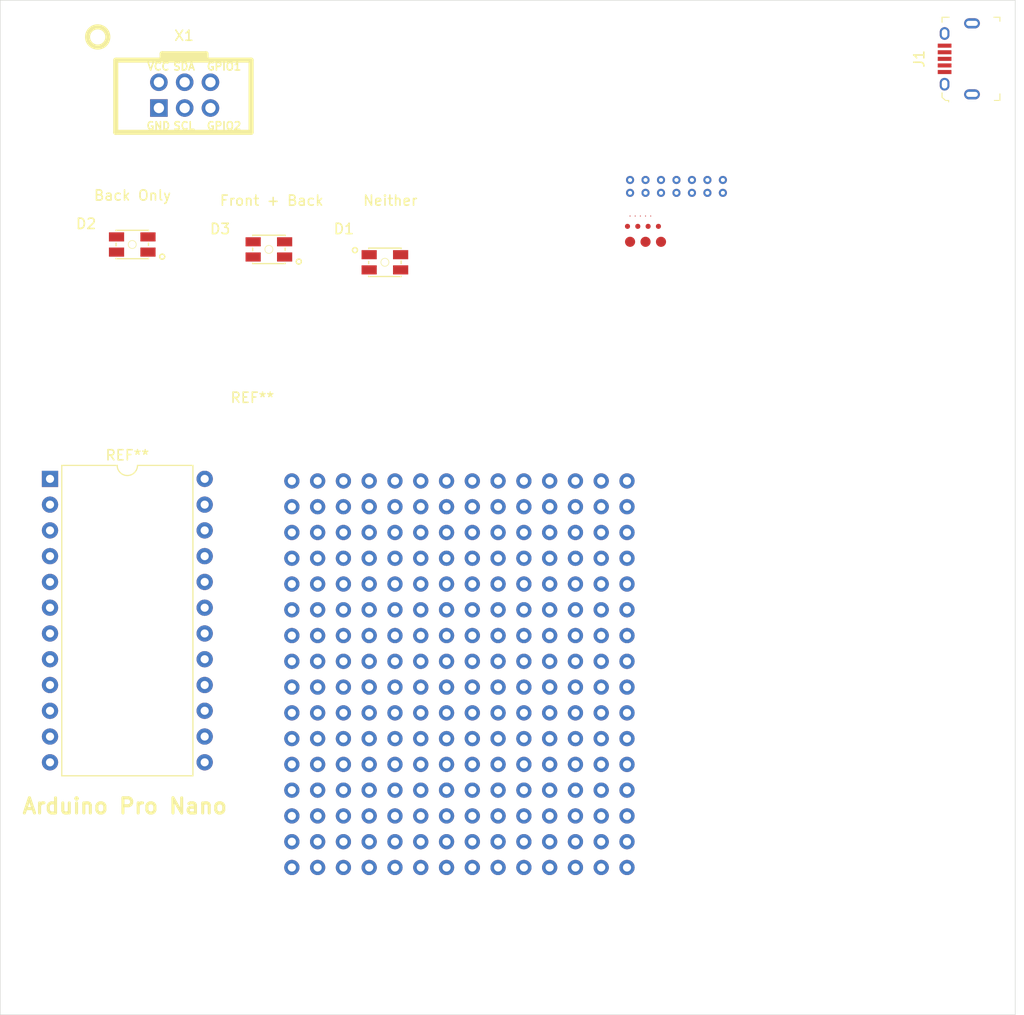
<source format=kicad_pcb>
(kicad_pcb (version 20171130) (host pcbnew "(5.1.4)-1")

  (general
    (thickness 1.6)
    (drawings 17)
    (tracks 14)
    (zones 0)
    (modules 19)
    (nets 24)
  )

  (page A4)
  (layers
    (0 F.Cu signal)
    (31 B.Cu signal)
    (32 B.Adhes user)
    (33 F.Adhes user)
    (34 B.Paste user)
    (35 F.Paste user)
    (36 B.SilkS user)
    (37 F.SilkS user)
    (38 B.Mask user)
    (39 F.Mask user)
    (40 Dwgs.User user)
    (41 Cmts.User user)
    (42 Eco1.User user)
    (43 Eco2.User user)
    (44 Edge.Cuts user)
    (45 Margin user)
    (46 B.CrtYd user)
    (47 F.CrtYd user)
    (48 B.Fab user)
    (49 F.Fab user)
  )

  (setup
    (last_trace_width 0.25)
    (trace_clearance 0.2)
    (zone_clearance 0.508)
    (zone_45_only no)
    (trace_min 0.2)
    (via_size 0.8)
    (via_drill 0.4)
    (via_min_size 0.4)
    (via_min_drill 0.3)
    (uvia_size 0.3)
    (uvia_drill 0.1)
    (uvias_allowed no)
    (uvia_min_size 0.2)
    (uvia_min_drill 0.1)
    (edge_width 0.05)
    (segment_width 0.2)
    (pcb_text_width 0.3)
    (pcb_text_size 1.5 1.5)
    (mod_edge_width 0.12)
    (mod_text_size 1 1)
    (mod_text_width 0.15)
    (pad_size 1.524 1.524)
    (pad_drill 0.762)
    (pad_to_mask_clearance 0.051)
    (solder_mask_min_width 0.25)
    (aux_axis_origin 0 0)
    (visible_elements 7FFFF7FF)
    (pcbplotparams
      (layerselection 0x010fc_ffffffff)
      (usegerberextensions false)
      (usegerberattributes false)
      (usegerberadvancedattributes false)
      (creategerberjobfile false)
      (excludeedgelayer true)
      (linewidth 0.100000)
      (plotframeref false)
      (viasonmask false)
      (mode 1)
      (useauxorigin false)
      (hpglpennumber 1)
      (hpglpenspeed 20)
      (hpglpendiameter 15.000000)
      (psnegative false)
      (psa4output false)
      (plotreference true)
      (plotvalue true)
      (plotinvisibletext false)
      (padsonsilk false)
      (subtractmaskfromsilk false)
      (outputformat 1)
      (mirror false)
      (drillshape 1)
      (scaleselection 1)
      (outputdirectory ""))
  )

  (net 0 "")
  (net 1 "Net-(D1-Pad1)")
  (net 2 "Net-(D1-Pad2)")
  (net 3 "Net-(D1-Pad3)")
  (net 4 "Net-(D1-Pad4)")
  (net 5 "Net-(D2-Pad4)")
  (net 6 "Net-(D2-Pad3)")
  (net 7 "Net-(D2-Pad2)")
  (net 8 "Net-(D2-Pad1)")
  (net 9 "Net-(D3-Pad1)")
  (net 10 "Net-(D3-Pad2)")
  (net 11 "Net-(D3-Pad3)")
  (net 12 "Net-(D3-Pad4)")
  (net 13 "Net-(J1-Pad3)")
  (net 14 "Net-(J1-Pad4)")
  (net 15 "Net-(J1-Pad5)")
  (net 16 "Net-(J1-Pad2)")
  (net 17 "Net-(J1-Pad1)")
  (net 18 "Net-(X1-Pad5)")
  (net 19 "Net-(X1-Pad6)")
  (net 20 "Net-(X1-Pad3)")
  (net 21 "Net-(X1-Pad4)")
  (net 22 "Net-(X1-Pad1)")
  (net 23 "Net-(X1-Pad2)")

  (net_class Default "This is the default net class."
    (clearance 0.2)
    (trace_width 0.25)
    (via_dia 0.8)
    (via_drill 0.4)
    (uvia_dia 0.3)
    (uvia_drill 0.1)
    (add_net "Net-(D1-Pad1)")
    (add_net "Net-(D1-Pad2)")
    (add_net "Net-(D1-Pad3)")
    (add_net "Net-(D1-Pad4)")
    (add_net "Net-(D2-Pad1)")
    (add_net "Net-(D2-Pad2)")
    (add_net "Net-(D2-Pad3)")
    (add_net "Net-(D2-Pad4)")
    (add_net "Net-(D3-Pad1)")
    (add_net "Net-(D3-Pad2)")
    (add_net "Net-(D3-Pad3)")
    (add_net "Net-(D3-Pad4)")
    (add_net "Net-(J1-Pad1)")
    (add_net "Net-(J1-Pad2)")
    (add_net "Net-(J1-Pad3)")
    (add_net "Net-(J1-Pad4)")
    (add_net "Net-(J1-Pad5)")
    (add_net "Net-(X1-Pad1)")
    (add_net "Net-(X1-Pad2)")
    (add_net "Net-(X1-Pad3)")
    (add_net "Net-(X1-Pad4)")
    (add_net "Net-(X1-Pad5)")
    (add_net "Net-(X1-Pad6)")
  )

  (module test2:ProtoBoard (layer F.Cu) (tedit 5D601129) (tstamp 5D608DC3)
    (at 91.948 88.9)
    (fp_text reference REF** (at -0.381 -4.445) (layer F.SilkS)
      (effects (font (size 1 1) (thickness 0.15)))
    )
    (fp_text value ProtoBoard (at 39.624 48.641) (layer F.Fab)
      (effects (font (size 1 1) (thickness 0.15)))
    )
    (fp_line (start 40 0) (end 40 45) (layer F.Fab) (width 0.12))
    (fp_line (start 0 0) (end 0 45) (layer F.Fab) (width 0.12))
    (fp_line (start 0 45) (end 40 45) (layer F.Fab) (width 0.12))
    (fp_line (start 0 0) (end 40 0) (layer F.Fab) (width 0.12))
    (pad 224 thru_hole circle (at 36.528 41.862) (size 1.5 1.5) (drill 0.8) (layers *.Cu *.Mask))
    (pad 223 thru_hole circle (at 36.528 39.322) (size 1.5 1.5) (drill 0.8) (layers *.Cu *.Mask))
    (pad 222 thru_hole circle (at 36.528 36.782) (size 1.5 1.5) (drill 0.8) (layers *.Cu *.Mask))
    (pad 221 thru_hole circle (at 36.528 34.242) (size 1.5 1.5) (drill 0.8) (layers *.Cu *.Mask))
    (pad 220 thru_hole circle (at 36.528 31.702) (size 1.5 1.5) (drill 0.8) (layers *.Cu *.Mask))
    (pad 219 thru_hole circle (at 36.528 29.162) (size 1.5 1.5) (drill 0.8) (layers *.Cu *.Mask))
    (pad 218 thru_hole circle (at 36.528 26.622) (size 1.5 1.5) (drill 0.8) (layers *.Cu *.Mask))
    (pad 217 thru_hole circle (at 36.528 24.082) (size 1.5 1.5) (drill 0.8) (layers *.Cu *.Mask))
    (pad 216 thru_hole circle (at 36.528 21.542) (size 1.5 1.5) (drill 0.8) (layers *.Cu *.Mask))
    (pad 215 thru_hole circle (at 36.528 19.002) (size 1.5 1.5) (drill 0.8) (layers *.Cu *.Mask))
    (pad 214 thru_hole circle (at 36.528 16.462) (size 1.5 1.5) (drill 0.8) (layers *.Cu *.Mask))
    (pad 213 thru_hole circle (at 36.528 13.922) (size 1.5 1.5) (drill 0.8) (layers *.Cu *.Mask))
    (pad 212 thru_hole circle (at 36.528 11.382) (size 1.5 1.5) (drill 0.8) (layers *.Cu *.Mask))
    (pad 211 thru_hole circle (at 36.528 8.842) (size 1.5 1.5) (drill 0.8) (layers *.Cu *.Mask))
    (pad 210 thru_hole circle (at 36.528 6.302) (size 1.5 1.5) (drill 0.8) (layers *.Cu *.Mask))
    (pad 209 thru_hole circle (at 36.528 3.762) (size 1.5 1.5) (drill 0.8) (layers *.Cu *.Mask))
    (pad 208 thru_hole circle (at 33.988 41.862) (size 1.5 1.5) (drill 0.8) (layers *.Cu *.Mask))
    (pad 207 thru_hole circle (at 33.988 39.322) (size 1.5 1.5) (drill 0.8) (layers *.Cu *.Mask))
    (pad 206 thru_hole circle (at 33.988 36.782) (size 1.5 1.5) (drill 0.8) (layers *.Cu *.Mask))
    (pad 205 thru_hole circle (at 33.988 34.242) (size 1.5 1.5) (drill 0.8) (layers *.Cu *.Mask))
    (pad 204 thru_hole circle (at 33.988 31.702) (size 1.5 1.5) (drill 0.8) (layers *.Cu *.Mask))
    (pad 203 thru_hole circle (at 33.988 29.162) (size 1.5 1.5) (drill 0.8) (layers *.Cu *.Mask))
    (pad 202 thru_hole circle (at 33.988 26.622) (size 1.5 1.5) (drill 0.8) (layers *.Cu *.Mask))
    (pad 201 thru_hole circle (at 33.988 24.082) (size 1.5 1.5) (drill 0.8) (layers *.Cu *.Mask))
    (pad 200 thru_hole circle (at 33.988 21.542) (size 1.5 1.5) (drill 0.8) (layers *.Cu *.Mask))
    (pad 199 thru_hole circle (at 33.988 19.002) (size 1.5 1.5) (drill 0.8) (layers *.Cu *.Mask))
    (pad 198 thru_hole circle (at 33.988 16.462) (size 1.5 1.5) (drill 0.8) (layers *.Cu *.Mask))
    (pad 197 thru_hole circle (at 33.988 13.922) (size 1.5 1.5) (drill 0.8) (layers *.Cu *.Mask))
    (pad 196 thru_hole circle (at 33.988 11.382) (size 1.5 1.5) (drill 0.8) (layers *.Cu *.Mask))
    (pad 195 thru_hole circle (at 33.988 8.842) (size 1.5 1.5) (drill 0.8) (layers *.Cu *.Mask))
    (pad 194 thru_hole circle (at 33.988 6.302) (size 1.5 1.5) (drill 0.8) (layers *.Cu *.Mask))
    (pad 193 thru_hole circle (at 33.988 3.762) (size 1.5 1.5) (drill 0.8) (layers *.Cu *.Mask))
    (pad 192 thru_hole circle (at 31.448 41.862) (size 1.5 1.5) (drill 0.8) (layers *.Cu *.Mask))
    (pad 191 thru_hole circle (at 31.448 39.322) (size 1.5 1.5) (drill 0.8) (layers *.Cu *.Mask))
    (pad 190 thru_hole circle (at 31.448 36.782) (size 1.5 1.5) (drill 0.8) (layers *.Cu *.Mask))
    (pad 189 thru_hole circle (at 31.448 34.242) (size 1.5 1.5) (drill 0.8) (layers *.Cu *.Mask))
    (pad 188 thru_hole circle (at 31.448 31.702) (size 1.5 1.5) (drill 0.8) (layers *.Cu *.Mask))
    (pad 187 thru_hole circle (at 31.448 29.162) (size 1.5 1.5) (drill 0.8) (layers *.Cu *.Mask))
    (pad 186 thru_hole circle (at 31.448 26.622) (size 1.5 1.5) (drill 0.8) (layers *.Cu *.Mask))
    (pad 185 thru_hole circle (at 31.448 24.082) (size 1.5 1.5) (drill 0.8) (layers *.Cu *.Mask))
    (pad 184 thru_hole circle (at 31.448 21.542) (size 1.5 1.5) (drill 0.8) (layers *.Cu *.Mask))
    (pad 183 thru_hole circle (at 31.448 19.002) (size 1.5 1.5) (drill 0.8) (layers *.Cu *.Mask))
    (pad 182 thru_hole circle (at 31.448 16.462) (size 1.5 1.5) (drill 0.8) (layers *.Cu *.Mask))
    (pad 181 thru_hole circle (at 31.448 13.922) (size 1.5 1.5) (drill 0.8) (layers *.Cu *.Mask))
    (pad 180 thru_hole circle (at 31.448 11.382) (size 1.5 1.5) (drill 0.8) (layers *.Cu *.Mask))
    (pad 179 thru_hole circle (at 31.448 8.842) (size 1.5 1.5) (drill 0.8) (layers *.Cu *.Mask))
    (pad 178 thru_hole circle (at 31.448 6.302) (size 1.5 1.5) (drill 0.8) (layers *.Cu *.Mask))
    (pad 177 thru_hole circle (at 31.448 3.762) (size 1.5 1.5) (drill 0.8) (layers *.Cu *.Mask))
    (pad 176 thru_hole circle (at 28.908 41.862) (size 1.5 1.5) (drill 0.8) (layers *.Cu *.Mask))
    (pad 175 thru_hole circle (at 28.908 39.322) (size 1.5 1.5) (drill 0.8) (layers *.Cu *.Mask))
    (pad 174 thru_hole circle (at 28.908 36.782) (size 1.5 1.5) (drill 0.8) (layers *.Cu *.Mask))
    (pad 173 thru_hole circle (at 28.908 34.242) (size 1.5 1.5) (drill 0.8) (layers *.Cu *.Mask))
    (pad 172 thru_hole circle (at 28.908 31.702) (size 1.5 1.5) (drill 0.8) (layers *.Cu *.Mask))
    (pad 171 thru_hole circle (at 28.908 29.162) (size 1.5 1.5) (drill 0.8) (layers *.Cu *.Mask))
    (pad 170 thru_hole circle (at 28.908 26.622) (size 1.5 1.5) (drill 0.8) (layers *.Cu *.Mask))
    (pad 169 thru_hole circle (at 28.908 24.082) (size 1.5 1.5) (drill 0.8) (layers *.Cu *.Mask))
    (pad 168 thru_hole circle (at 28.908 21.542) (size 1.5 1.5) (drill 0.8) (layers *.Cu *.Mask))
    (pad 167 thru_hole circle (at 28.908 19.002) (size 1.5 1.5) (drill 0.8) (layers *.Cu *.Mask))
    (pad 166 thru_hole circle (at 28.908 16.462) (size 1.5 1.5) (drill 0.8) (layers *.Cu *.Mask))
    (pad 165 thru_hole circle (at 28.908 13.922) (size 1.5 1.5) (drill 0.8) (layers *.Cu *.Mask))
    (pad 164 thru_hole circle (at 28.908 11.382) (size 1.5 1.5) (drill 0.8) (layers *.Cu *.Mask))
    (pad 163 thru_hole circle (at 28.908 8.842) (size 1.5 1.5) (drill 0.8) (layers *.Cu *.Mask))
    (pad 162 thru_hole circle (at 28.908 6.302) (size 1.5 1.5) (drill 0.8) (layers *.Cu *.Mask))
    (pad 161 thru_hole circle (at 28.908 3.762) (size 1.5 1.5) (drill 0.8) (layers *.Cu *.Mask))
    (pad 160 thru_hole circle (at 26.368 41.862) (size 1.5 1.5) (drill 0.8) (layers *.Cu *.Mask))
    (pad 159 thru_hole circle (at 26.368 39.322) (size 1.5 1.5) (drill 0.8) (layers *.Cu *.Mask))
    (pad 158 thru_hole circle (at 26.368 36.782) (size 1.5 1.5) (drill 0.8) (layers *.Cu *.Mask))
    (pad 157 thru_hole circle (at 26.368 34.242) (size 1.5 1.5) (drill 0.8) (layers *.Cu *.Mask))
    (pad 156 thru_hole circle (at 26.368 31.702) (size 1.5 1.5) (drill 0.8) (layers *.Cu *.Mask))
    (pad 155 thru_hole circle (at 26.368 29.162) (size 1.5 1.5) (drill 0.8) (layers *.Cu *.Mask))
    (pad 154 thru_hole circle (at 26.368 26.622) (size 1.5 1.5) (drill 0.8) (layers *.Cu *.Mask))
    (pad 153 thru_hole circle (at 26.368 24.082) (size 1.5 1.5) (drill 0.8) (layers *.Cu *.Mask))
    (pad 152 thru_hole circle (at 26.368 21.542) (size 1.5 1.5) (drill 0.8) (layers *.Cu *.Mask))
    (pad 151 thru_hole circle (at 26.368 19.002) (size 1.5 1.5) (drill 0.8) (layers *.Cu *.Mask))
    (pad 150 thru_hole circle (at 26.368 16.462) (size 1.5 1.5) (drill 0.8) (layers *.Cu *.Mask))
    (pad 149 thru_hole circle (at 26.368 13.922) (size 1.5 1.5) (drill 0.8) (layers *.Cu *.Mask))
    (pad 148 thru_hole circle (at 26.368 11.382) (size 1.5 1.5) (drill 0.8) (layers *.Cu *.Mask))
    (pad 147 thru_hole circle (at 26.368 8.842) (size 1.5 1.5) (drill 0.8) (layers *.Cu *.Mask))
    (pad 146 thru_hole circle (at 26.368 6.302) (size 1.5 1.5) (drill 0.8) (layers *.Cu *.Mask))
    (pad 145 thru_hole circle (at 26.368 3.762) (size 1.5 1.5) (drill 0.8) (layers *.Cu *.Mask))
    (pad 144 thru_hole circle (at 23.828 41.862) (size 1.5 1.5) (drill 0.8) (layers *.Cu *.Mask))
    (pad 143 thru_hole circle (at 23.828 39.322) (size 1.5 1.5) (drill 0.8) (layers *.Cu *.Mask))
    (pad 142 thru_hole circle (at 23.828 36.782) (size 1.5 1.5) (drill 0.8) (layers *.Cu *.Mask))
    (pad 141 thru_hole circle (at 23.828 34.242) (size 1.5 1.5) (drill 0.8) (layers *.Cu *.Mask))
    (pad 140 thru_hole circle (at 23.828 31.702) (size 1.5 1.5) (drill 0.8) (layers *.Cu *.Mask))
    (pad 139 thru_hole circle (at 23.828 29.162) (size 1.5 1.5) (drill 0.8) (layers *.Cu *.Mask))
    (pad 138 thru_hole circle (at 23.828 26.622) (size 1.5 1.5) (drill 0.8) (layers *.Cu *.Mask))
    (pad 137 thru_hole circle (at 23.828 24.082) (size 1.5 1.5) (drill 0.8) (layers *.Cu *.Mask))
    (pad 136 thru_hole circle (at 23.828 21.542) (size 1.5 1.5) (drill 0.8) (layers *.Cu *.Mask))
    (pad 135 thru_hole circle (at 23.828 19.002) (size 1.5 1.5) (drill 0.8) (layers *.Cu *.Mask))
    (pad 134 thru_hole circle (at 23.828 16.462) (size 1.5 1.5) (drill 0.8) (layers *.Cu *.Mask))
    (pad 133 thru_hole circle (at 23.828 13.922) (size 1.5 1.5) (drill 0.8) (layers *.Cu *.Mask))
    (pad 132 thru_hole circle (at 23.828 11.382) (size 1.5 1.5) (drill 0.8) (layers *.Cu *.Mask))
    (pad 131 thru_hole circle (at 23.828 8.842) (size 1.5 1.5) (drill 0.8) (layers *.Cu *.Mask))
    (pad 130 thru_hole circle (at 23.828 6.302) (size 1.5 1.5) (drill 0.8) (layers *.Cu *.Mask))
    (pad 129 thru_hole circle (at 23.828 3.762) (size 1.5 1.5) (drill 0.8) (layers *.Cu *.Mask))
    (pad 128 thru_hole circle (at 21.288 41.862) (size 1.5 1.5) (drill 0.8) (layers *.Cu *.Mask))
    (pad 127 thru_hole circle (at 21.288 39.322) (size 1.5 1.5) (drill 0.8) (layers *.Cu *.Mask))
    (pad 126 thru_hole circle (at 21.288 36.782) (size 1.5 1.5) (drill 0.8) (layers *.Cu *.Mask))
    (pad 125 thru_hole circle (at 21.288 34.242) (size 1.5 1.5) (drill 0.8) (layers *.Cu *.Mask))
    (pad 124 thru_hole circle (at 21.288 31.702) (size 1.5 1.5) (drill 0.8) (layers *.Cu *.Mask))
    (pad 123 thru_hole circle (at 21.288 29.162) (size 1.5 1.5) (drill 0.8) (layers *.Cu *.Mask))
    (pad 122 thru_hole circle (at 21.288 26.622) (size 1.5 1.5) (drill 0.8) (layers *.Cu *.Mask))
    (pad 121 thru_hole circle (at 21.288 24.082) (size 1.5 1.5) (drill 0.8) (layers *.Cu *.Mask))
    (pad 120 thru_hole circle (at 21.288 21.542) (size 1.5 1.5) (drill 0.8) (layers *.Cu *.Mask))
    (pad 119 thru_hole circle (at 21.288 19.002) (size 1.5 1.5) (drill 0.8) (layers *.Cu *.Mask))
    (pad 118 thru_hole circle (at 21.288 16.462) (size 1.5 1.5) (drill 0.8) (layers *.Cu *.Mask))
    (pad 117 thru_hole circle (at 21.288 13.922) (size 1.5 1.5) (drill 0.8) (layers *.Cu *.Mask))
    (pad 116 thru_hole circle (at 21.288 11.382) (size 1.5 1.5) (drill 0.8) (layers *.Cu *.Mask))
    (pad 115 thru_hole circle (at 21.288 8.842) (size 1.5 1.5) (drill 0.8) (layers *.Cu *.Mask))
    (pad 114 thru_hole circle (at 21.288 6.302) (size 1.5 1.5) (drill 0.8) (layers *.Cu *.Mask))
    (pad 113 thru_hole circle (at 21.288 3.762) (size 1.5 1.5) (drill 0.8) (layers *.Cu *.Mask))
    (pad 112 thru_hole circle (at 18.748 41.862) (size 1.5 1.5) (drill 0.8) (layers *.Cu *.Mask))
    (pad 111 thru_hole circle (at 18.748 39.322) (size 1.5 1.5) (drill 0.8) (layers *.Cu *.Mask))
    (pad 110 thru_hole circle (at 18.748 36.782) (size 1.5 1.5) (drill 0.8) (layers *.Cu *.Mask))
    (pad 109 thru_hole circle (at 18.748 34.242) (size 1.5 1.5) (drill 0.8) (layers *.Cu *.Mask))
    (pad 108 thru_hole circle (at 18.748 31.702) (size 1.5 1.5) (drill 0.8) (layers *.Cu *.Mask))
    (pad 107 thru_hole circle (at 18.748 29.162) (size 1.5 1.5) (drill 0.8) (layers *.Cu *.Mask))
    (pad 106 thru_hole circle (at 18.748 26.622) (size 1.5 1.5) (drill 0.8) (layers *.Cu *.Mask))
    (pad 105 thru_hole circle (at 18.748 24.082) (size 1.5 1.5) (drill 0.8) (layers *.Cu *.Mask))
    (pad 104 thru_hole circle (at 18.748 21.542) (size 1.5 1.5) (drill 0.8) (layers *.Cu *.Mask))
    (pad 103 thru_hole circle (at 18.748 19.002) (size 1.5 1.5) (drill 0.8) (layers *.Cu *.Mask))
    (pad 102 thru_hole circle (at 18.748 16.462) (size 1.5 1.5) (drill 0.8) (layers *.Cu *.Mask))
    (pad 101 thru_hole circle (at 18.748 13.922) (size 1.5 1.5) (drill 0.8) (layers *.Cu *.Mask))
    (pad 100 thru_hole circle (at 18.748 11.382) (size 1.5 1.5) (drill 0.8) (layers *.Cu *.Mask))
    (pad 99 thru_hole circle (at 18.748 8.842) (size 1.5 1.5) (drill 0.8) (layers *.Cu *.Mask))
    (pad 98 thru_hole circle (at 18.748 6.302) (size 1.5 1.5) (drill 0.8) (layers *.Cu *.Mask))
    (pad 97 thru_hole circle (at 18.748 3.762) (size 1.5 1.5) (drill 0.8) (layers *.Cu *.Mask))
    (pad 96 thru_hole circle (at 16.208 41.862) (size 1.5 1.5) (drill 0.8) (layers *.Cu *.Mask))
    (pad 95 thru_hole circle (at 16.208 39.322) (size 1.5 1.5) (drill 0.8) (layers *.Cu *.Mask))
    (pad 94 thru_hole circle (at 16.208 36.782) (size 1.5 1.5) (drill 0.8) (layers *.Cu *.Mask))
    (pad 93 thru_hole circle (at 16.208 34.242) (size 1.5 1.5) (drill 0.8) (layers *.Cu *.Mask))
    (pad 92 thru_hole circle (at 16.208 31.702) (size 1.5 1.5) (drill 0.8) (layers *.Cu *.Mask))
    (pad 91 thru_hole circle (at 16.208 29.162) (size 1.5 1.5) (drill 0.8) (layers *.Cu *.Mask))
    (pad 90 thru_hole circle (at 16.208 26.622) (size 1.5 1.5) (drill 0.8) (layers *.Cu *.Mask))
    (pad 89 thru_hole circle (at 16.208 24.082) (size 1.5 1.5) (drill 0.8) (layers *.Cu *.Mask))
    (pad 88 thru_hole circle (at 16.208 21.542) (size 1.5 1.5) (drill 0.8) (layers *.Cu *.Mask))
    (pad 87 thru_hole circle (at 16.208 19.002) (size 1.5 1.5) (drill 0.8) (layers *.Cu *.Mask))
    (pad 86 thru_hole circle (at 16.208 16.462) (size 1.5 1.5) (drill 0.8) (layers *.Cu *.Mask))
    (pad 85 thru_hole circle (at 16.208 13.922) (size 1.5 1.5) (drill 0.8) (layers *.Cu *.Mask))
    (pad 84 thru_hole circle (at 16.208 11.382) (size 1.5 1.5) (drill 0.8) (layers *.Cu *.Mask))
    (pad 83 thru_hole circle (at 16.208 8.842) (size 1.5 1.5) (drill 0.8) (layers *.Cu *.Mask))
    (pad 82 thru_hole circle (at 16.208 6.302) (size 1.5 1.5) (drill 0.8) (layers *.Cu *.Mask))
    (pad 81 thru_hole circle (at 16.208 3.762) (size 1.5 1.5) (drill 0.8) (layers *.Cu *.Mask))
    (pad 80 thru_hole circle (at 13.668 41.862) (size 1.5 1.5) (drill 0.8) (layers *.Cu *.Mask))
    (pad 79 thru_hole circle (at 13.668 39.322) (size 1.5 1.5) (drill 0.8) (layers *.Cu *.Mask))
    (pad 78 thru_hole circle (at 13.668 36.782) (size 1.5 1.5) (drill 0.8) (layers *.Cu *.Mask))
    (pad 77 thru_hole circle (at 13.668 34.242) (size 1.5 1.5) (drill 0.8) (layers *.Cu *.Mask))
    (pad 76 thru_hole circle (at 13.668 31.702) (size 1.5 1.5) (drill 0.8) (layers *.Cu *.Mask))
    (pad 75 thru_hole circle (at 13.668 29.162) (size 1.5 1.5) (drill 0.8) (layers *.Cu *.Mask))
    (pad 74 thru_hole circle (at 13.668 26.622) (size 1.5 1.5) (drill 0.8) (layers *.Cu *.Mask))
    (pad 73 thru_hole circle (at 13.668 24.082) (size 1.5 1.5) (drill 0.8) (layers *.Cu *.Mask))
    (pad 72 thru_hole circle (at 13.668 21.542) (size 1.5 1.5) (drill 0.8) (layers *.Cu *.Mask))
    (pad 71 thru_hole circle (at 13.668 19.002) (size 1.5 1.5) (drill 0.8) (layers *.Cu *.Mask))
    (pad 70 thru_hole circle (at 13.668 16.462) (size 1.5 1.5) (drill 0.8) (layers *.Cu *.Mask))
    (pad 69 thru_hole circle (at 13.668 13.922) (size 1.5 1.5) (drill 0.8) (layers *.Cu *.Mask))
    (pad 68 thru_hole circle (at 13.668 11.382) (size 1.5 1.5) (drill 0.8) (layers *.Cu *.Mask))
    (pad 67 thru_hole circle (at 13.668 8.842) (size 1.5 1.5) (drill 0.8) (layers *.Cu *.Mask))
    (pad 66 thru_hole circle (at 13.668 6.302) (size 1.5 1.5) (drill 0.8) (layers *.Cu *.Mask))
    (pad 65 thru_hole circle (at 13.668 3.762) (size 1.5 1.5) (drill 0.8) (layers *.Cu *.Mask))
    (pad 64 thru_hole circle (at 11.128 41.862) (size 1.5 1.5) (drill 0.8) (layers *.Cu *.Mask))
    (pad 63 thru_hole circle (at 11.128 39.322) (size 1.5 1.5) (drill 0.8) (layers *.Cu *.Mask))
    (pad 62 thru_hole circle (at 11.128 36.782) (size 1.5 1.5) (drill 0.8) (layers *.Cu *.Mask))
    (pad 61 thru_hole circle (at 11.128 34.242) (size 1.5 1.5) (drill 0.8) (layers *.Cu *.Mask))
    (pad 60 thru_hole circle (at 11.128 31.702) (size 1.5 1.5) (drill 0.8) (layers *.Cu *.Mask))
    (pad 59 thru_hole circle (at 11.128 29.162) (size 1.5 1.5) (drill 0.8) (layers *.Cu *.Mask))
    (pad 58 thru_hole circle (at 11.128 26.622) (size 1.5 1.5) (drill 0.8) (layers *.Cu *.Mask))
    (pad 57 thru_hole circle (at 11.128 24.082) (size 1.5 1.5) (drill 0.8) (layers *.Cu *.Mask))
    (pad 56 thru_hole circle (at 11.128 21.542) (size 1.5 1.5) (drill 0.8) (layers *.Cu *.Mask))
    (pad 55 thru_hole circle (at 11.128 19.002) (size 1.5 1.5) (drill 0.8) (layers *.Cu *.Mask))
    (pad 54 thru_hole circle (at 11.128 16.462) (size 1.5 1.5) (drill 0.8) (layers *.Cu *.Mask))
    (pad 53 thru_hole circle (at 11.128 13.922) (size 1.5 1.5) (drill 0.8) (layers *.Cu *.Mask))
    (pad 52 thru_hole circle (at 11.128 11.382) (size 1.5 1.5) (drill 0.8) (layers *.Cu *.Mask))
    (pad 51 thru_hole circle (at 11.128 8.842) (size 1.5 1.5) (drill 0.8) (layers *.Cu *.Mask))
    (pad 50 thru_hole circle (at 11.128 6.302) (size 1.5 1.5) (drill 0.8) (layers *.Cu *.Mask))
    (pad 49 thru_hole circle (at 11.128 3.762) (size 1.5 1.5) (drill 0.8) (layers *.Cu *.Mask))
    (pad 48 thru_hole circle (at 8.588 41.862) (size 1.5 1.5) (drill 0.8) (layers *.Cu *.Mask))
    (pad 47 thru_hole circle (at 8.588 39.322) (size 1.5 1.5) (drill 0.8) (layers *.Cu *.Mask))
    (pad 46 thru_hole circle (at 8.588 36.782) (size 1.5 1.5) (drill 0.8) (layers *.Cu *.Mask))
    (pad 45 thru_hole circle (at 8.588 34.242) (size 1.5 1.5) (drill 0.8) (layers *.Cu *.Mask))
    (pad 44 thru_hole circle (at 8.588 31.702) (size 1.5 1.5) (drill 0.8) (layers *.Cu *.Mask))
    (pad 43 thru_hole circle (at 8.588 29.162) (size 1.5 1.5) (drill 0.8) (layers *.Cu *.Mask))
    (pad 42 thru_hole circle (at 8.588 26.622) (size 1.5 1.5) (drill 0.8) (layers *.Cu *.Mask))
    (pad 41 thru_hole circle (at 8.588 24.082) (size 1.5 1.5) (drill 0.8) (layers *.Cu *.Mask))
    (pad 40 thru_hole circle (at 8.588 21.542) (size 1.5 1.5) (drill 0.8) (layers *.Cu *.Mask))
    (pad 39 thru_hole circle (at 8.588 19.002) (size 1.5 1.5) (drill 0.8) (layers *.Cu *.Mask))
    (pad 38 thru_hole circle (at 8.588 16.462) (size 1.5 1.5) (drill 0.8) (layers *.Cu *.Mask))
    (pad 37 thru_hole circle (at 8.588 13.922) (size 1.5 1.5) (drill 0.8) (layers *.Cu *.Mask))
    (pad 36 thru_hole circle (at 8.588 11.382) (size 1.5 1.5) (drill 0.8) (layers *.Cu *.Mask))
    (pad 35 thru_hole circle (at 8.588 8.842) (size 1.5 1.5) (drill 0.8) (layers *.Cu *.Mask))
    (pad 34 thru_hole circle (at 8.588 6.302) (size 1.5 1.5) (drill 0.8) (layers *.Cu *.Mask))
    (pad 33 thru_hole circle (at 8.588 3.762) (size 1.5 1.5) (drill 0.8) (layers *.Cu *.Mask))
    (pad 32 thru_hole circle (at 6.048 41.862) (size 1.5 1.5) (drill 0.8) (layers *.Cu *.Mask))
    (pad 31 thru_hole circle (at 6.048 39.322) (size 1.5 1.5) (drill 0.8) (layers *.Cu *.Mask))
    (pad 30 thru_hole circle (at 6.048 36.782) (size 1.5 1.5) (drill 0.8) (layers *.Cu *.Mask))
    (pad 29 thru_hole circle (at 6.048 34.242) (size 1.5 1.5) (drill 0.8) (layers *.Cu *.Mask))
    (pad 28 thru_hole circle (at 6.048 31.702) (size 1.5 1.5) (drill 0.8) (layers *.Cu *.Mask))
    (pad 27 thru_hole circle (at 6.048 29.162) (size 1.5 1.5) (drill 0.8) (layers *.Cu *.Mask))
    (pad 26 thru_hole circle (at 6.048 26.622) (size 1.5 1.5) (drill 0.8) (layers *.Cu *.Mask))
    (pad 25 thru_hole circle (at 6.048 24.082) (size 1.5 1.5) (drill 0.8) (layers *.Cu *.Mask))
    (pad 24 thru_hole circle (at 6.048 21.542) (size 1.5 1.5) (drill 0.8) (layers *.Cu *.Mask))
    (pad 23 thru_hole circle (at 6.048 19.002) (size 1.5 1.5) (drill 0.8) (layers *.Cu *.Mask))
    (pad 22 thru_hole circle (at 6.048 16.462) (size 1.5 1.5) (drill 0.8) (layers *.Cu *.Mask))
    (pad 21 thru_hole circle (at 6.048 13.922) (size 1.5 1.5) (drill 0.8) (layers *.Cu *.Mask))
    (pad 20 thru_hole circle (at 6.048 11.382) (size 1.5 1.5) (drill 0.8) (layers *.Cu *.Mask))
    (pad 19 thru_hole circle (at 6.048 8.842) (size 1.5 1.5) (drill 0.8) (layers *.Cu *.Mask))
    (pad 18 thru_hole circle (at 6.048 6.302) (size 1.5 1.5) (drill 0.8) (layers *.Cu *.Mask))
    (pad 17 thru_hole circle (at 6.048 3.762) (size 1.5 1.5) (drill 0.8) (layers *.Cu *.Mask))
    (pad 16 thru_hole circle (at 3.508 41.862) (size 1.5 1.5) (drill 0.8) (layers *.Cu *.Mask))
    (pad 15 thru_hole circle (at 3.508 39.322) (size 1.5 1.5) (drill 0.8) (layers *.Cu *.Mask))
    (pad 14 thru_hole circle (at 3.508 36.782) (size 1.5 1.5) (drill 0.8) (layers *.Cu *.Mask))
    (pad 13 thru_hole circle (at 3.508 34.242) (size 1.5 1.5) (drill 0.8) (layers *.Cu *.Mask))
    (pad 12 thru_hole circle (at 3.508 31.702) (size 1.5 1.5) (drill 0.8) (layers *.Cu *.Mask))
    (pad 11 thru_hole circle (at 3.508 29.162) (size 1.5 1.5) (drill 0.8) (layers *.Cu *.Mask))
    (pad 10 thru_hole circle (at 3.508 26.622) (size 1.5 1.5) (drill 0.8) (layers *.Cu *.Mask))
    (pad 9 thru_hole circle (at 3.508 24.082) (size 1.5 1.5) (drill 0.8) (layers *.Cu *.Mask))
    (pad 8 thru_hole circle (at 3.508 21.542) (size 1.5 1.5) (drill 0.8) (layers *.Cu *.Mask))
    (pad 7 thru_hole circle (at 3.508 19.002) (size 1.5 1.5) (drill 0.8) (layers *.Cu *.Mask))
    (pad 6 thru_hole circle (at 3.508 16.462) (size 1.5 1.5) (drill 0.8) (layers *.Cu *.Mask))
    (pad 5 thru_hole circle (at 3.508 13.922) (size 1.5 1.5) (drill 0.8) (layers *.Cu *.Mask))
    (pad 4 thru_hole circle (at 3.508 11.382) (size 1.5 1.5) (drill 0.8) (layers *.Cu *.Mask))
    (pad 3 thru_hole circle (at 3.508 8.842) (size 1.5 1.5) (drill 0.8) (layers *.Cu *.Mask))
    (pad 2 thru_hole circle (at 3.508 6.302) (size 1.5 1.5) (drill 0.8) (layers *.Cu *.Mask))
    (pad 1 thru_hole circle (at 3.508 3.762) (size 1.5 1.5) (drill 0.8) (layers *.Cu *.Mask))
  )

  (module Package_DIP:DIP-24_W15.24mm (layer F.Cu) (tedit 5A02E8C5) (tstamp 5D60742B)
    (at 71.628 92.456)
    (descr "24-lead though-hole mounted DIP package, row spacing 15.24 mm (600 mils)")
    (tags "THT DIP DIL PDIP 2.54mm 15.24mm 600mil")
    (fp_text reference REF** (at 7.62 -2.33) (layer F.SilkS)
      (effects (font (size 1 1) (thickness 0.15)))
    )
    (fp_text value DIP-24_W15.24mm (at 7.62 30.27) (layer F.Fab)
      (effects (font (size 1 1) (thickness 0.15)))
    )
    (fp_text user %R (at 7.62 13.97) (layer F.Fab)
      (effects (font (size 1 1) (thickness 0.15)))
    )
    (fp_line (start 16.3 -1.55) (end -1.05 -1.55) (layer F.CrtYd) (width 0.05))
    (fp_line (start 16.3 29.5) (end 16.3 -1.55) (layer F.CrtYd) (width 0.05))
    (fp_line (start -1.05 29.5) (end 16.3 29.5) (layer F.CrtYd) (width 0.05))
    (fp_line (start -1.05 -1.55) (end -1.05 29.5) (layer F.CrtYd) (width 0.05))
    (fp_line (start 14.08 -1.33) (end 8.62 -1.33) (layer F.SilkS) (width 0.12))
    (fp_line (start 14.08 29.27) (end 14.08 -1.33) (layer F.SilkS) (width 0.12))
    (fp_line (start 1.16 29.27) (end 14.08 29.27) (layer F.SilkS) (width 0.12))
    (fp_line (start 1.16 -1.33) (end 1.16 29.27) (layer F.SilkS) (width 0.12))
    (fp_line (start 6.62 -1.33) (end 1.16 -1.33) (layer F.SilkS) (width 0.12))
    (fp_line (start 0.255 -0.27) (end 1.255 -1.27) (layer F.Fab) (width 0.1))
    (fp_line (start 0.255 29.21) (end 0.255 -0.27) (layer F.Fab) (width 0.1))
    (fp_line (start 14.985 29.21) (end 0.255 29.21) (layer F.Fab) (width 0.1))
    (fp_line (start 14.985 -1.27) (end 14.985 29.21) (layer F.Fab) (width 0.1))
    (fp_line (start 1.255 -1.27) (end 14.985 -1.27) (layer F.Fab) (width 0.1))
    (fp_arc (start 7.62 -1.33) (end 6.62 -1.33) (angle -180) (layer F.SilkS) (width 0.12))
    (pad 24 thru_hole oval (at 15.24 0) (size 1.6 1.6) (drill 0.8) (layers *.Cu *.Mask))
    (pad 12 thru_hole oval (at 0 27.94) (size 1.6 1.6) (drill 0.8) (layers *.Cu *.Mask))
    (pad 23 thru_hole oval (at 15.24 2.54) (size 1.6 1.6) (drill 0.8) (layers *.Cu *.Mask))
    (pad 11 thru_hole oval (at 0 25.4) (size 1.6 1.6) (drill 0.8) (layers *.Cu *.Mask))
    (pad 22 thru_hole oval (at 15.24 5.08) (size 1.6 1.6) (drill 0.8) (layers *.Cu *.Mask))
    (pad 10 thru_hole oval (at 0 22.86) (size 1.6 1.6) (drill 0.8) (layers *.Cu *.Mask))
    (pad 21 thru_hole oval (at 15.24 7.62) (size 1.6 1.6) (drill 0.8) (layers *.Cu *.Mask))
    (pad 9 thru_hole oval (at 0 20.32) (size 1.6 1.6) (drill 0.8) (layers *.Cu *.Mask))
    (pad 20 thru_hole oval (at 15.24 10.16) (size 1.6 1.6) (drill 0.8) (layers *.Cu *.Mask))
    (pad 8 thru_hole oval (at 0 17.78) (size 1.6 1.6) (drill 0.8) (layers *.Cu *.Mask))
    (pad 19 thru_hole oval (at 15.24 12.7) (size 1.6 1.6) (drill 0.8) (layers *.Cu *.Mask))
    (pad 7 thru_hole oval (at 0 15.24) (size 1.6 1.6) (drill 0.8) (layers *.Cu *.Mask))
    (pad 18 thru_hole oval (at 15.24 15.24) (size 1.6 1.6) (drill 0.8) (layers *.Cu *.Mask))
    (pad 6 thru_hole oval (at 0 12.7) (size 1.6 1.6) (drill 0.8) (layers *.Cu *.Mask))
    (pad 17 thru_hole oval (at 15.24 17.78) (size 1.6 1.6) (drill 0.8) (layers *.Cu *.Mask))
    (pad 5 thru_hole oval (at 0 10.16) (size 1.6 1.6) (drill 0.8) (layers *.Cu *.Mask))
    (pad 16 thru_hole oval (at 15.24 20.32) (size 1.6 1.6) (drill 0.8) (layers *.Cu *.Mask))
    (pad 4 thru_hole oval (at 0 7.62) (size 1.6 1.6) (drill 0.8) (layers *.Cu *.Mask))
    (pad 15 thru_hole oval (at 15.24 22.86) (size 1.6 1.6) (drill 0.8) (layers *.Cu *.Mask))
    (pad 3 thru_hole oval (at 0 5.08) (size 1.6 1.6) (drill 0.8) (layers *.Cu *.Mask))
    (pad 14 thru_hole oval (at 15.24 25.4) (size 1.6 1.6) (drill 0.8) (layers *.Cu *.Mask))
    (pad 2 thru_hole oval (at 0 2.54) (size 1.6 1.6) (drill 0.8) (layers *.Cu *.Mask))
    (pad 13 thru_hole oval (at 15.24 27.94) (size 1.6 1.6) (drill 0.8) (layers *.Cu *.Mask))
    (pad 1 thru_hole rect (at 0 0) (size 1.6 1.6) (drill 0.8) (layers *.Cu *.Mask))
    (model ${KISYS3DMOD}/Package_DIP.3dshapes/DIP-24_W15.24mm.wrl
      (at (xyz 0 0 0))
      (scale (xyz 1 1 1))
      (rotate (xyz 0 0 0))
    )
  )

  (module test2:dot-1mm (layer F.Cu) (tedit 5D5FE1BD) (tstamp 5D60706C)
    (at 131.826 69.088)
    (fp_text reference REF** (at -5.334 6.604) (layer F.SilkS) hide
      (effects (font (size 1 1) (thickness 0.15)))
    )
    (fp_text value dot-1mm (at -0.508 -5.334) (layer F.Fab)
      (effects (font (size 1 1) (thickness 0.15)))
    )
    (pad 1 smd circle (at 0 0) (size 1 1) (layers F.Cu)
      (zone_connect 0))
  )

  (module test2:dot-1mm (layer F.Cu) (tedit 5D5FE1BD) (tstamp 5D607064)
    (at 130.302 69.088)
    (fp_text reference REF** (at -3.81 6.604) (layer F.Fab) hide
      (effects (font (size 1 1) (thickness 0.15)))
    )
    (fp_text value dot-1mm (at -0.508 -5.334) (layer F.Fab)
      (effects (font (size 1 1) (thickness 0.15)))
    )
    (pad 1 smd circle (at 0 0) (size 1 1) (layers F.Cu)
      (zone_connect 0))
  )

  (module test2:dot-1mm (layer F.Cu) (tedit 5D5FE1BD) (tstamp 5D607063)
    (at 128.778 69.088)
    (fp_text reference REF** (at -2.286 6.604) (layer F.Fab)
      (effects (font (size 1 1) (thickness 0.15)))
    )
    (fp_text value dot-1mm (at -0.508 -5.334) (layer F.Fab)
      (effects (font (size 1 1) (thickness 0.15)))
    )
    (pad 1 smd circle (at 0 0) (size 1 1) (layers F.Cu)
      (zone_connect 0))
  )

  (module test2:dot-0.5mm (layer F.Cu) (tedit 5D5FE19C) (tstamp 5D607043)
    (at 131.572 67.564)
    (fp_text reference REF** (at -5.08 8.128) (layer F.SilkS) hide
      (effects (font (size 1 1) (thickness 0.15)))
    )
    (fp_text value dot-0.5mm (at -0.508 -5.334) (layer F.Fab)
      (effects (font (size 1 1) (thickness 0.15)))
    )
    (pad 1 smd circle (at 0 0) (size 0.5 0.5) (layers F.Cu)
      (zone_connect 0))
  )

  (module test2:dot-0.5mm (layer F.Cu) (tedit 5D5FE19C) (tstamp 5D60703B)
    (at 130.556 67.564)
    (fp_text reference REF** (at -4.064 8.128) (layer F.SilkS) hide
      (effects (font (size 1 1) (thickness 0.15)))
    )
    (fp_text value dot-0.5mm (at -0.508 -5.334) (layer F.Fab)
      (effects (font (size 1 1) (thickness 0.15)))
    )
    (pad 1 smd circle (at 0 0) (size 0.5 0.5) (layers F.Cu)
      (zone_connect 0))
  )

  (module test2:dot-0.5mm (layer F.Cu) (tedit 5D5FE19C) (tstamp 5D607033)
    (at 129.54 67.564)
    (fp_text reference REF** (at -3.048 8.128) (layer F.SilkS) hide
      (effects (font (size 1 1) (thickness 0.15)))
    )
    (fp_text value dot-0.5mm (at -0.508 -5.334) (layer F.Fab)
      (effects (font (size 1 1) (thickness 0.15)))
    )
    (pad 1 smd circle (at 0 0) (size 0.5 0.5) (layers F.Cu)
      (zone_connect 0))
  )

  (module test2:dot-0.5mm (layer F.Cu) (tedit 5D5FE19C) (tstamp 5D607032)
    (at 128.524 67.564)
    (fp_text reference REF** (at -2.032 8.128) (layer F.SilkS) hide
      (effects (font (size 1 1) (thickness 0.15)))
    )
    (fp_text value dot-0.5mm (at -0.508 -5.334) (layer F.Fab)
      (effects (font (size 1 1) (thickness 0.15)))
    )
    (pad 1 smd circle (at 0 0) (size 0.5 0.5) (layers F.Cu)
      (zone_connect 0))
  )

  (module test2:dot (layer F.Cu) (tedit 5D5FE1CB) (tstamp 5D607012)
    (at 130.81 66.548)
    (fp_text reference REF** (at -4.318 9.144) (layer F.SilkS) hide
      (effects (font (size 1 1) (thickness 0.15)))
    )
    (fp_text value dot (at -0.508 -5.334) (layer F.Fab)
      (effects (font (size 1 1) (thickness 0.15)))
    )
    (pad 1 smd circle (at 0 0) (size 0.1 0.1) (layers F.Cu)
      (zone_connect 0))
  )

  (module test2:dot (layer F.Cu) (tedit 5D5FE1CB) (tstamp 5D60700A)
    (at 130.302 66.548)
    (fp_text reference REF** (at -3.81 9.144) (layer F.SilkS) hide
      (effects (font (size 1 1) (thickness 0.15)))
    )
    (fp_text value dot (at -0.508 -5.334) (layer F.Fab)
      (effects (font (size 1 1) (thickness 0.15)))
    )
    (pad 1 smd circle (at 0 0) (size 0.1 0.1) (layers F.Cu)
      (zone_connect 0))
  )

  (module test2:dot (layer F.Cu) (tedit 5D5FE1CB) (tstamp 5D607002)
    (at 129.794 66.548)
    (fp_text reference REF** (at -3.302 9.144) (layer F.SilkS) hide
      (effects (font (size 1 1) (thickness 0.15)))
    )
    (fp_text value dot (at -0.508 -5.334) (layer F.Fab)
      (effects (font (size 1 1) (thickness 0.15)))
    )
    (pad 1 smd circle (at 0 0) (size 0.1 0.1) (layers F.Cu)
      (zone_connect 0))
  )

  (module test2:dot (layer F.Cu) (tedit 5D5FE1CB) (tstamp 5D606FFA)
    (at 129.286 66.548)
    (fp_text reference REF** (at -2.794 9.144) (layer F.SilkS) hide
      (effects (font (size 1 1) (thickness 0.15)))
    )
    (fp_text value dot (at -0.508 -5.334) (layer F.Fab)
      (effects (font (size 1 1) (thickness 0.15)))
    )
    (pad 1 smd circle (at 0 0) (size 0.1 0.1) (layers F.Cu)
      (zone_connect 0))
  )

  (module test2:dot (layer F.Cu) (tedit 5D5FE1CB) (tstamp 5D606FF4)
    (at 128.778 66.548)
    (fp_text reference REF** (at -2.286 9.144) (layer F.SilkS) hide
      (effects (font (size 1 1) (thickness 0.15)))
    )
    (fp_text value dot (at -0.508 -5.334) (layer F.Fab)
      (effects (font (size 1 1) (thickness 0.15)))
    )
    (pad 1 smd circle (at 0 0) (size 0.1 0.1) (layers F.Cu)
      (zone_connect 0))
  )

  (module plcc4:MF_LEDs-PLCC4 (layer F.Cu) (tedit 590423DA) (tstamp 5D5FEB5A)
    (at 104.6226 71.1073)
    (descr "DESCRIPTION: FOOTPRINT FOR LEDS IN PLCC4 STANDAR21")
    (tags "DESCRIPTION: FOOTPRINT FOR LEDS IN PLCC4 STANDAR21")
    (path /5D5F6063)
    (solder_mask_margin 0.1016)
    (clearance 0.1016)
    (attr smd)
    (fp_text reference D1 (at -4.0386 -3.2893) (layer F.SilkS)
      (effects (font (size 1.016 1.016) (thickness 0.1524)))
    )
    (fp_text value LED_RGBA (at 0.2794 2.8067) (layer F.Fab)
      (effects (font (size 1.016 1.016) (thickness 0.1524)))
    )
    (fp_line (start -1.59766 -1.39954) (end 1.59766 -1.39954) (layer F.SilkS) (width 0.127))
    (fp_line (start 1.59766 1.39954) (end -1.59766 1.39954) (layer F.SilkS) (width 0.127))
    (fp_line (start -1.59766 0.14986) (end -1.59766 -0.09906) (layer F.SilkS) (width 0.127))
    (fp_line (start 1.59766 0.14986) (end 1.59766 -0.14986) (layer F.SilkS) (width 0.127))
    (fp_line (start 1.59766 1.39954) (end 1.59766 1.34874) (layer F.SilkS) (width 0.127))
    (fp_line (start 1.59766 -1.39954) (end 1.59766 -1.34874) (layer F.SilkS) (width 0.127))
    (fp_line (start -1.59766 1.39954) (end -1.59766 1.34874) (layer F.SilkS) (width 0.127))
    (fp_line (start -1.59766 -1.39954) (end -1.59766 -1.34874) (layer F.SilkS) (width 0.127))
    (fp_line (start -3.19786 -1.1938) (end -3.19024 -1.1303) (layer F.SilkS) (width 0.127))
    (fp_line (start -3.19024 -1.1303) (end -3.16484 -1.07188) (layer F.SilkS) (width 0.127))
    (fp_line (start -3.16484 -1.07188) (end -3.12674 -1.02108) (layer F.SilkS) (width 0.127))
    (fp_line (start -3.12674 -1.02108) (end -3.07594 -0.98044) (layer F.SilkS) (width 0.127))
    (fp_line (start -3.07594 -0.98044) (end -3.01752 -0.95758) (layer F.SilkS) (width 0.127))
    (fp_line (start -3.01752 -0.95758) (end -2.95148 -0.94996) (layer F.SilkS) (width 0.127))
    (fp_line (start -2.95148 -0.94996) (end -2.88798 -0.95758) (layer F.SilkS) (width 0.127))
    (fp_line (start -2.88798 -0.95758) (end -2.82448 -0.98298) (layer F.SilkS) (width 0.127))
    (fp_line (start -2.82448 -0.98298) (end -2.77368 -1.02362) (layer F.SilkS) (width 0.127))
    (fp_line (start -2.77368 -1.02362) (end -2.73304 -1.07696) (layer F.SilkS) (width 0.127))
    (fp_line (start -2.73304 -1.07696) (end -2.70764 -1.13792) (layer F.SilkS) (width 0.127))
    (fp_line (start -2.70764 -1.13792) (end -2.69748 -1.20396) (layer F.SilkS) (width 0.127))
    (fp_line (start -2.69748 -1.20396) (end -2.70764 -1.26746) (layer F.SilkS) (width 0.127))
    (fp_line (start -2.70764 -1.26746) (end -2.7305 -1.32588) (layer F.SilkS) (width 0.127))
    (fp_line (start -2.7305 -1.32588) (end -2.77114 -1.37668) (layer F.SilkS) (width 0.127))
    (fp_line (start -2.77114 -1.37668) (end -2.82194 -1.41478) (layer F.SilkS) (width 0.127))
    (fp_line (start -2.82194 -1.41478) (end -2.88036 -1.44018) (layer F.SilkS) (width 0.127))
    (fp_line (start -2.88036 -1.44018) (end -2.94386 -1.4478) (layer F.SilkS) (width 0.127))
    (fp_line (start -2.94386 -1.4478) (end -3.0099 -1.44018) (layer F.SilkS) (width 0.127))
    (fp_line (start -3.0099 -1.44018) (end -3.07086 -1.41478) (layer F.SilkS) (width 0.127))
    (fp_line (start -3.07086 -1.41478) (end -3.1242 -1.37414) (layer F.SilkS) (width 0.127))
    (fp_line (start -3.1242 -1.37414) (end -3.16484 -1.3208) (layer F.SilkS) (width 0.127))
    (fp_line (start -3.16484 -1.3208) (end -3.19024 -1.25984) (layer F.SilkS) (width 0.127))
    (fp_line (start -3.19024 -1.25984) (end -3.19786 -1.1938) (layer F.SilkS) (width 0.127))
    (fp_circle (center 0 0) (end -0.2794 0.2794) (layer F.SilkS) (width 0.0635))
    (pad 1 smd rect (at -1.5494 -0.7493 90) (size 0.89916 1.4986) (layers F.Cu F.Paste F.Mask)
      (net 1 "Net-(D1-Pad1)"))
    (pad 2 smd rect (at -1.5494 0.7493 90) (size 0.89916 1.4986) (layers F.Cu F.Paste F.Mask)
      (net 2 "Net-(D1-Pad2)"))
    (pad 3 smd rect (at 1.5494 0.7493 90) (size 0.89916 1.4986) (layers F.Cu F.Paste F.Mask)
      (net 3 "Net-(D1-Pad3)"))
    (pad 4 smd rect (at 1.5494 -0.7493 90) (size 0.89916 1.4986) (layers F.Cu F.Paste F.Mask)
      (net 4 "Net-(D1-Pad4)"))
  )

  (module plcc4:MF_LEDs-PLCC4 (layer F.Cu) (tedit 590423DA) (tstamp 5D5FEB83)
    (at 79.7306 69.3547 180)
    (descr "DESCRIPTION: FOOTPRINT FOR LEDS IN PLCC4 STANDAR21")
    (tags "DESCRIPTION: FOOTPRINT FOR LEDS IN PLCC4 STANDAR21")
    (path /5D5F8010)
    (solder_mask_margin 0.1016)
    (clearance 0.1016)
    (attr smd)
    (fp_text reference D2 (at 4.5466 2.0447) (layer F.SilkS)
      (effects (font (size 1.016 1.016) (thickness 0.1524)))
    )
    (fp_text value LED_RGBA (at -0.5334 -4.5593) (layer F.Fab)
      (effects (font (size 1.016 1.016) (thickness 0.1524)))
    )
    (fp_circle (center 0 0) (end -0.2794 0.2794) (layer F.SilkS) (width 0.0635))
    (fp_line (start -3.19024 -1.25984) (end -3.19786 -1.1938) (layer F.SilkS) (width 0.127))
    (fp_line (start -3.16484 -1.3208) (end -3.19024 -1.25984) (layer F.SilkS) (width 0.127))
    (fp_line (start -3.1242 -1.37414) (end -3.16484 -1.3208) (layer F.SilkS) (width 0.127))
    (fp_line (start -3.07086 -1.41478) (end -3.1242 -1.37414) (layer F.SilkS) (width 0.127))
    (fp_line (start -3.0099 -1.44018) (end -3.07086 -1.41478) (layer F.SilkS) (width 0.127))
    (fp_line (start -2.94386 -1.4478) (end -3.0099 -1.44018) (layer F.SilkS) (width 0.127))
    (fp_line (start -2.88036 -1.44018) (end -2.94386 -1.4478) (layer F.SilkS) (width 0.127))
    (fp_line (start -2.82194 -1.41478) (end -2.88036 -1.44018) (layer F.SilkS) (width 0.127))
    (fp_line (start -2.77114 -1.37668) (end -2.82194 -1.41478) (layer F.SilkS) (width 0.127))
    (fp_line (start -2.7305 -1.32588) (end -2.77114 -1.37668) (layer F.SilkS) (width 0.127))
    (fp_line (start -2.70764 -1.26746) (end -2.7305 -1.32588) (layer F.SilkS) (width 0.127))
    (fp_line (start -2.69748 -1.20396) (end -2.70764 -1.26746) (layer F.SilkS) (width 0.127))
    (fp_line (start -2.70764 -1.13792) (end -2.69748 -1.20396) (layer F.SilkS) (width 0.127))
    (fp_line (start -2.73304 -1.07696) (end -2.70764 -1.13792) (layer F.SilkS) (width 0.127))
    (fp_line (start -2.77368 -1.02362) (end -2.73304 -1.07696) (layer F.SilkS) (width 0.127))
    (fp_line (start -2.82448 -0.98298) (end -2.77368 -1.02362) (layer F.SilkS) (width 0.127))
    (fp_line (start -2.88798 -0.95758) (end -2.82448 -0.98298) (layer F.SilkS) (width 0.127))
    (fp_line (start -2.95148 -0.94996) (end -2.88798 -0.95758) (layer F.SilkS) (width 0.127))
    (fp_line (start -3.01752 -0.95758) (end -2.95148 -0.94996) (layer F.SilkS) (width 0.127))
    (fp_line (start -3.07594 -0.98044) (end -3.01752 -0.95758) (layer F.SilkS) (width 0.127))
    (fp_line (start -3.12674 -1.02108) (end -3.07594 -0.98044) (layer F.SilkS) (width 0.127))
    (fp_line (start -3.16484 -1.07188) (end -3.12674 -1.02108) (layer F.SilkS) (width 0.127))
    (fp_line (start -3.19024 -1.1303) (end -3.16484 -1.07188) (layer F.SilkS) (width 0.127))
    (fp_line (start -3.19786 -1.1938) (end -3.19024 -1.1303) (layer F.SilkS) (width 0.127))
    (fp_line (start -1.59766 -1.39954) (end -1.59766 -1.34874) (layer F.SilkS) (width 0.127))
    (fp_line (start -1.59766 1.39954) (end -1.59766 1.34874) (layer F.SilkS) (width 0.127))
    (fp_line (start 1.59766 -1.39954) (end 1.59766 -1.34874) (layer F.SilkS) (width 0.127))
    (fp_line (start 1.59766 1.39954) (end 1.59766 1.34874) (layer F.SilkS) (width 0.127))
    (fp_line (start 1.59766 0.14986) (end 1.59766 -0.14986) (layer F.SilkS) (width 0.127))
    (fp_line (start -1.59766 0.14986) (end -1.59766 -0.09906) (layer F.SilkS) (width 0.127))
    (fp_line (start 1.59766 1.39954) (end -1.59766 1.39954) (layer F.SilkS) (width 0.127))
    (fp_line (start -1.59766 -1.39954) (end 1.59766 -1.39954) (layer F.SilkS) (width 0.127))
    (pad 4 smd rect (at 1.5494 -0.7493 270) (size 0.89916 1.4986) (layers F.Cu F.Paste F.Mask)
      (net 5 "Net-(D2-Pad4)"))
    (pad 3 smd rect (at 1.5494 0.7493 270) (size 0.89916 1.4986) (layers F.Cu F.Paste F.Mask)
      (net 6 "Net-(D2-Pad3)"))
    (pad 2 smd rect (at -1.5494 0.7493 270) (size 0.89916 1.4986) (layers F.Cu F.Paste F.Mask)
      (net 7 "Net-(D2-Pad2)"))
    (pad 1 smd rect (at -1.5494 -0.7493 270) (size 0.89916 1.4986) (layers F.Cu F.Paste F.Mask)
      (net 8 "Net-(D2-Pad1)"))
  )

  (module plcc4:MF_LEDs-PLCC4 (layer F.Cu) (tedit 590423DA) (tstamp 5D5FEBAC)
    (at 93.1926 69.8373 180)
    (descr "DESCRIPTION: FOOTPRINT FOR LEDS IN PLCC4 STANDAR21")
    (tags "DESCRIPTION: FOOTPRINT FOR LEDS IN PLCC4 STANDAR21")
    (path /5D5F8E38)
    (solder_mask_margin 0.1016)
    (clearance 0.1016)
    (attr smd)
    (fp_text reference D3 (at 4.8006 2.0193) (layer F.SilkS)
      (effects (font (size 1.016 1.016) (thickness 0.1524)))
    )
    (fp_text value LED_RGBA (at -0.0254 -4.0767) (layer F.Fab)
      (effects (font (size 1.016 1.016) (thickness 0.1524)))
    )
    (fp_line (start -1.59766 -1.39954) (end 1.59766 -1.39954) (layer F.SilkS) (width 0.127))
    (fp_line (start 1.59766 1.39954) (end -1.59766 1.39954) (layer F.SilkS) (width 0.127))
    (fp_line (start -1.59766 0.14986) (end -1.59766 -0.09906) (layer F.SilkS) (width 0.127))
    (fp_line (start 1.59766 0.14986) (end 1.59766 -0.14986) (layer F.SilkS) (width 0.127))
    (fp_line (start 1.59766 1.39954) (end 1.59766 1.34874) (layer F.SilkS) (width 0.127))
    (fp_line (start 1.59766 -1.39954) (end 1.59766 -1.34874) (layer F.SilkS) (width 0.127))
    (fp_line (start -1.59766 1.39954) (end -1.59766 1.34874) (layer F.SilkS) (width 0.127))
    (fp_line (start -1.59766 -1.39954) (end -1.59766 -1.34874) (layer F.SilkS) (width 0.127))
    (fp_line (start -3.19786 -1.1938) (end -3.19024 -1.1303) (layer F.SilkS) (width 0.127))
    (fp_line (start -3.19024 -1.1303) (end -3.16484 -1.07188) (layer F.SilkS) (width 0.127))
    (fp_line (start -3.16484 -1.07188) (end -3.12674 -1.02108) (layer F.SilkS) (width 0.127))
    (fp_line (start -3.12674 -1.02108) (end -3.07594 -0.98044) (layer F.SilkS) (width 0.127))
    (fp_line (start -3.07594 -0.98044) (end -3.01752 -0.95758) (layer F.SilkS) (width 0.127))
    (fp_line (start -3.01752 -0.95758) (end -2.95148 -0.94996) (layer F.SilkS) (width 0.127))
    (fp_line (start -2.95148 -0.94996) (end -2.88798 -0.95758) (layer F.SilkS) (width 0.127))
    (fp_line (start -2.88798 -0.95758) (end -2.82448 -0.98298) (layer F.SilkS) (width 0.127))
    (fp_line (start -2.82448 -0.98298) (end -2.77368 -1.02362) (layer F.SilkS) (width 0.127))
    (fp_line (start -2.77368 -1.02362) (end -2.73304 -1.07696) (layer F.SilkS) (width 0.127))
    (fp_line (start -2.73304 -1.07696) (end -2.70764 -1.13792) (layer F.SilkS) (width 0.127))
    (fp_line (start -2.70764 -1.13792) (end -2.69748 -1.20396) (layer F.SilkS) (width 0.127))
    (fp_line (start -2.69748 -1.20396) (end -2.70764 -1.26746) (layer F.SilkS) (width 0.127))
    (fp_line (start -2.70764 -1.26746) (end -2.7305 -1.32588) (layer F.SilkS) (width 0.127))
    (fp_line (start -2.7305 -1.32588) (end -2.77114 -1.37668) (layer F.SilkS) (width 0.127))
    (fp_line (start -2.77114 -1.37668) (end -2.82194 -1.41478) (layer F.SilkS) (width 0.127))
    (fp_line (start -2.82194 -1.41478) (end -2.88036 -1.44018) (layer F.SilkS) (width 0.127))
    (fp_line (start -2.88036 -1.44018) (end -2.94386 -1.4478) (layer F.SilkS) (width 0.127))
    (fp_line (start -2.94386 -1.4478) (end -3.0099 -1.44018) (layer F.SilkS) (width 0.127))
    (fp_line (start -3.0099 -1.44018) (end -3.07086 -1.41478) (layer F.SilkS) (width 0.127))
    (fp_line (start -3.07086 -1.41478) (end -3.1242 -1.37414) (layer F.SilkS) (width 0.127))
    (fp_line (start -3.1242 -1.37414) (end -3.16484 -1.3208) (layer F.SilkS) (width 0.127))
    (fp_line (start -3.16484 -1.3208) (end -3.19024 -1.25984) (layer F.SilkS) (width 0.127))
    (fp_line (start -3.19024 -1.25984) (end -3.19786 -1.1938) (layer F.SilkS) (width 0.127))
    (fp_circle (center 0 0) (end -0.2794 0.2794) (layer F.SilkS) (width 0.0635))
    (pad 1 smd rect (at -1.5494 -0.7493 270) (size 0.89916 1.4986) (layers F.Cu F.Paste F.Mask)
      (net 9 "Net-(D3-Pad1)"))
    (pad 2 smd rect (at -1.5494 0.7493 270) (size 0.89916 1.4986) (layers F.Cu F.Paste F.Mask)
      (net 10 "Net-(D3-Pad2)"))
    (pad 3 smd rect (at 1.5494 0.7493 270) (size 0.89916 1.4986) (layers F.Cu F.Paste F.Mask)
      (net 11 "Net-(D3-Pad3)"))
    (pad 4 smd rect (at 1.5494 -0.7493 270) (size 0.89916 1.4986) (layers F.Cu F.Paste F.Mask)
      (net 12 "Net-(D3-Pad4)"))
  )

  (module digikey-footprints:USB_Micro_B_Female_10118194-0001LF (layer F.Cu) (tedit 5D28ADCC) (tstamp 5D5FF110)
    (at 159.766 51.054 90)
    (descr http://portal.fciconnect.com/Comergent//fci/drawing/10118194.pdf)
    (path /5D5F11D4)
    (attr smd)
    (fp_text reference J1 (at 0 -2.5 90) (layer F.SilkS)
      (effects (font (size 1 1) (thickness 0.15)))
    )
    (fp_text value USB_B_Micro (at 0 7 90) (layer F.Fab)
      (effects (font (size 1 1) (thickness 0.15)))
    )
    (fp_line (start 4.5 5.75) (end 4.5 -1) (layer F.CrtYd) (width 0.05))
    (fp_line (start -4.5 5.75) (end 4.5 5.75) (layer F.CrtYd) (width 0.05))
    (fp_line (start -4.5 5.75) (end -4.5 -1) (layer F.CrtYd) (width 0.05))
    (fp_line (start -4.5 -1) (end 4.5 -1) (layer F.CrtYd) (width 0.05))
    (fp_line (start -4.1 4.9) (end -4.1 5.45) (layer F.SilkS) (width 0.1))
    (fp_line (start -4.1 5.45) (end -3.45 5.45) (layer F.SilkS) (width 0.1))
    (fp_line (start 4.1 4.85) (end 4.1 5.45) (layer F.SilkS) (width 0.1))
    (fp_line (start 4.1 5.45) (end 3.7 5.45) (layer F.SilkS) (width 0.1))
    (fp_line (start 3.6 -0.25) (end 4.1 -0.25) (layer F.SilkS) (width 0.1))
    (fp_line (start 4.1 -0.25) (end 4.1 0.45) (layer F.SilkS) (width 0.1))
    (fp_line (start -3.35 -0.25) (end -3.8 -0.25) (layer F.SilkS) (width 0.1))
    (fp_line (start -3.8 -0.25) (end -4.1 0.1) (layer F.SilkS) (width 0.1))
    (fp_line (start -4.1 0.1) (end -4.1 0.4) (layer F.SilkS) (width 0.1))
    (fp_line (start -4.1 0.4) (end -4.25 0.4) (layer F.SilkS) (width 0.1))
    (fp_line (start -4.03 5.38) (end -4.02 0.23) (layer F.Fab) (width 0.1))
    (fp_line (start 4.02 -0.15) (end -3.71 -0.15) (layer F.Fab) (width 0.1))
    (fp_line (start -4.02 0.23) (end -3.71 -0.15) (layer F.Fab) (width 0.1))
    (fp_text user %R (at 0 2.84 90) (layer F.Fab)
      (effects (font (size 1 1) (thickness 0.15)))
    )
    (fp_line (start -4.025 5.38) (end 4.025 5.38) (layer F.Fab) (width 0.1))
    (fp_line (start 4.025 5.38) (end 4.025 -0.15) (layer F.Fab) (width 0.1))
    (pad 3 smd rect (at 0 0 90) (size 0.4 1.35) (layers F.Cu F.Paste F.Mask)
      (net 13 "Net-(J1-Pad3)"))
    (pad 4 smd rect (at 0.65 0 90) (size 0.4 1.35) (layers F.Cu F.Paste F.Mask)
      (net 14 "Net-(J1-Pad4)"))
    (pad 5 smd rect (at 1.3 0 90) (size 0.4 1.35) (layers F.Cu F.Paste F.Mask)
      (net 15 "Net-(J1-Pad5)"))
    (pad 2 smd rect (at -0.65 0 90) (size 0.4 1.35) (layers F.Cu F.Paste F.Mask)
      (net 16 "Net-(J1-Pad2)"))
    (pad 1 smd rect (at -1.3 0 90) (size 0.4 1.35) (layers F.Cu F.Paste F.Mask)
      (net 17 "Net-(J1-Pad1)"))
    (pad SH thru_hole oval (at 2.5 0 90) (size 1.25 0.95) (drill oval 0.85 0.55) (layers *.Cu *.Mask))
    (pad SH thru_hole oval (at -2.5 0 90) (size 1.25 0.95) (drill oval 0.85 0.55) (layers *.Cu *.Mask))
    (pad SH thru_hole oval (at -3.5 2.7 90) (size 1 1.55) (drill oval 0.5 1.15) (layers *.Cu *.Mask))
    (pad SH thru_hole oval (at 3.5 2.7 90) (size 1 1.55) (drill oval 0.5 1.15) (layers *.Cu *.Mask))
  )

  (module badgelife_sao_v169bis:Badgelife-SAOv169-BADGE-2x3 (layer F.Cu) (tedit 5C931861) (tstamp 5D5FF753)
    (at 84.836 54.61)
    (descr "Through hole straight IDC box header, 2x03, 2.54mm pitch, double rows")
    (tags "Through hole IDC box header THT 2x03 2.54mm double row")
    (path /5D5EDCBC)
    (fp_text reference X1 (at 0 -5.842) (layer F.SilkS)
      (effects (font (size 1 1) (thickness 0.15)))
    )
    (fp_text value Badgelife_sao_connector_v169bis (at 0 -8.509) (layer F.Fab)
      (effects (font (size 1 1) (thickness 0.15)))
    )
    (fp_text user %R (at 0.06 0.02 270) (layer F.Fab)
      (effects (font (size 1 1) (thickness 0.15)))
    )
    (fp_line (start -6.604 -3.429) (end 6.604 -3.429) (layer F.SilkS) (width 0.5))
    (fp_line (start 6.604 -3.429) (end 6.604 3.683) (layer F.SilkS) (width 0.5))
    (fp_line (start 6.604 3.683) (end -6.731 3.683) (layer F.SilkS) (width 0.5))
    (fp_line (start -6.731 3.683) (end -6.731 -3.429) (layer F.SilkS) (width 0.5))
    (fp_line (start -2.159 -4.064) (end 2.159 -4.064) (layer F.SilkS) (width 0.5))
    (fp_line (start 2.159 -4.064) (end 2.159 -3.556) (layer F.SilkS) (width 0.5))
    (fp_line (start 2.159 -3.683) (end -2.159 -3.683) (layer F.SilkS) (width 0.5))
    (fp_line (start -2.159 -3.556) (end -2.159 -4.064) (layer F.SilkS) (width 0.5))
    (fp_circle (center -8.509 -5.715) (end -7.509 -5.715) (layer F.SilkS) (width 0.5))
    (fp_text user VCC (at -2.54 -2.794) (layer F.SilkS)
      (effects (font (size 0.75 0.75) (thickness 0.15)))
    )
    (fp_text user GND (at -2.54 3.048) (layer F.SilkS)
      (effects (font (size 0.75 0.75) (thickness 0.15)))
    )
    (fp_text user SDA (at 0 -2.794) (layer F.SilkS)
      (effects (font (size 0.75 0.75) (thickness 0.15)))
    )
    (fp_text user SCL (at 0 3.048) (layer F.SilkS)
      (effects (font (size 0.75 0.75) (thickness 0.15)))
    )
    (fp_text user GPIO2 (at 3.937 3.048) (layer F.SilkS)
      (effects (font (size 0.75 0.75) (thickness 0.15)))
    )
    (fp_text user GPIO1 (at 3.937 -2.794) (layer F.SilkS)
      (effects (font (size 0.75 0.75) (thickness 0.15)))
    )
    (pad 5 thru_hole circle (at 2.6 -1.25 270) (size 1.7272 1.7272) (drill 1.016) (layers *.Cu *.Mask)
      (net 18 "Net-(X1-Pad5)"))
    (pad 6 thru_hole circle (at 2.6 1.29 270) (size 1.7272 1.7272) (drill 1.016) (layers *.Cu *.Mask)
      (net 19 "Net-(X1-Pad6)"))
    (pad 3 thru_hole oval (at 0.06 -1.25 270) (size 1.7272 1.7272) (drill 1.016) (layers *.Cu *.Mask)
      (net 20 "Net-(X1-Pad3)"))
    (pad 4 thru_hole oval (at 0.06 1.29 270) (size 1.7272 1.7272) (drill 1.016) (layers *.Cu *.Mask)
      (net 21 "Net-(X1-Pad4)"))
    (pad 1 thru_hole oval (at -2.48 -1.25 270) (size 1.7272 1.7272) (drill 1.016) (layers *.Cu *.Mask)
      (net 22 "Net-(X1-Pad1)"))
    (pad 2 thru_hole rect (at -2.48 1.29 270) (size 1.7272 1.7272) (drill 1.016) (layers *.Cu *.Mask)
      (net 23 "Net-(X1-Pad2)"))
  )

  (gr_text "Arduino Pro Nano" (at 78.994 124.714) (layer F.SilkS)
    (effects (font (size 1.5 1.5) (thickness 0.3)))
  )
  (gr_poly (pts (xy 127.762 61.722) (xy 139.192 61.722) (xy 139.192 70.866) (xy 127.762 70.866)) (layer F.Mask) (width 0.1))
  (gr_poly (pts (xy 109.728 72.39) (xy 109.728 67.056) (xy 116.84 67.056) (xy 116.84 72.39)) (layer B.Mask) (width 0.1) (tstamp 5D5FFF83))
  (gr_poly (pts (xy 109.728 72.39) (xy 109.728 67.056) (xy 116.84 67.056) (xy 116.84 72.39)) (layer F.Mask) (width 0.1) (tstamp 5D5FFF82))
  (gr_poly (pts (xy 89.916 82.55) (xy 89.916 77.216) (xy 97.028 77.216) (xy 97.028 82.55)) (layer B.Mask) (width 0.1) (tstamp 5D5FFB23))
  (gr_poly (pts (xy 89.916 82.55) (xy 89.916 77.216) (xy 97.028 77.216) (xy 97.028 82.55)) (layer F.Mask) (width 0.1) (tstamp 5D5FFB22))
  (gr_poly (pts (xy 76.708 82.55) (xy 76.708 77.216) (xy 83.82 77.216) (xy 83.82 82.55)) (layer B.Mask) (width 0.1) (tstamp 5D5FFB21))
  (gr_text Neither (at 105.156 65.024) (layer F.SilkS)
    (effects (font (size 1 1) (thickness 0.15)))
  )
  (gr_text "Back Only" (at 79.756 64.516) (layer F.SilkS)
    (effects (font (size 1 1) (thickness 0.15)))
  )
  (gr_text "Front + Back" (at 93.472 65.024) (layer F.SilkS)
    (effects (font (size 1 1) (thickness 0.15)))
  )
  (gr_line (start 166.726 45.282) (end 166.726 145.282) (layer Edge.Cuts) (width 0.05) (tstamp 5D5FF49E))
  (gr_line (start 66.726 45.282) (end 66.726 145.282) (layer Edge.Cuts) (width 0.05) (tstamp 5D5FF49A))
  (gr_line (start 66.726 145.282) (end 166.726 145.282) (layer Edge.Cuts) (width 0.05) (tstamp 5D5FF487))
  (gr_poly (pts (xy 89.916 72.644) (xy 89.916 67.31) (xy 97.028 67.31) (xy 97.028 72.644)) (layer F.Mask) (width 0.1) (tstamp 5D5FF45B))
  (gr_poly (pts (xy 89.916 72.644) (xy 89.916 67.31) (xy 97.028 67.31) (xy 97.028 72.644)) (layer B.Mask) (width 0.1) (tstamp 5D5FF459))
  (gr_poly (pts (xy 76.708 72.644) (xy 76.708 67.31) (xy 83.82 67.31) (xy 83.82 72.644)) (layer B.Mask) (width 0.1))
  (gr_line (start 66.726 45.282) (end 166.726 45.282) (layer Edge.Cuts) (width 0.05) (tstamp 5D5FF1B7))

  (via (at 128.778 62.992) (size 0.8) (drill 0.4) (layers F.Cu B.Cu) (net 0))
  (via (at 130.302 62.992) (size 0.8) (drill 0.4) (layers F.Cu B.Cu) (net 0))
  (via (at 131.826 62.992) (size 0.8) (drill 0.4) (layers F.Cu B.Cu) (net 0))
  (via (at 133.35 62.992) (size 0.8) (drill 0.4) (layers F.Cu B.Cu) (net 0))
  (via (at 134.874 62.992) (size 0.8) (drill 0.4) (layers F.Cu B.Cu) (net 0))
  (via (at 136.398 62.992) (size 0.8) (drill 0.4) (layers F.Cu B.Cu) (net 0))
  (via (at 137.922 62.992) (size 0.8) (drill 0.4) (layers F.Cu B.Cu) (net 0))
  (via (at 137.922 64.262) (size 0.8) (drill 0.4) (layers F.Cu B.Cu) (net 0))
  (via (at 136.398 64.262) (size 0.8) (drill 0.4) (layers F.Cu B.Cu) (net 0))
  (via (at 134.874 64.262) (size 0.8) (drill 0.4) (layers F.Cu B.Cu) (net 0))
  (via (at 133.35 64.262) (size 0.8) (drill 0.4) (layers F.Cu B.Cu) (net 0))
  (via (at 131.826 64.262) (size 0.8) (drill 0.4) (layers F.Cu B.Cu) (net 0))
  (via (at 130.302 64.262) (size 0.8) (drill 0.4) (layers F.Cu B.Cu) (net 0))
  (via (at 128.778 64.262) (size 0.8) (drill 0.4) (layers F.Cu B.Cu) (net 0))

)

</source>
